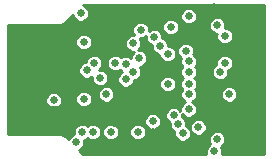
<source format=gbr>
G04 (created by PCBNEW (2013-04-19 BZR 4011)-stable) date 02/09/2014 23:44:52*
%MOIN*%
G04 Gerber Fmt 3.4, Leading zero omitted, Abs format*
%FSLAX34Y34*%
G01*
G70*
G90*
G04 APERTURE LIST*
%ADD10C,2.3622e-006*%
%ADD11C,0.025*%
%ADD12C,0.008*%
%ADD13C,0.02*%
%ADD14C,0.01*%
G04 APERTURE END LIST*
G54D10*
G54D11*
X91400Y-66400D03*
X90300Y-63550D03*
X90250Y-64500D03*
X91550Y-66700D03*
X91900Y-65700D03*
X91700Y-67000D03*
X92223Y-66800D03*
X91900Y-63100D03*
X88400Y-63950D03*
X90050Y-64000D03*
X91900Y-66200D03*
X89800Y-65200D03*
X88500Y-64900D03*
X91200Y-64350D03*
X91900Y-64600D03*
X91300Y-63450D03*
X91200Y-65350D03*
X90750Y-63800D03*
X91900Y-65350D03*
X88750Y-64650D03*
X90050Y-64950D03*
X91900Y-64950D03*
X90950Y-64100D03*
X87400Y-65900D03*
X88950Y-65150D03*
X88350Y-66950D03*
X90200Y-66950D03*
X89300Y-66950D03*
X93250Y-65700D03*
X92850Y-63400D03*
X92850Y-67200D03*
X93100Y-64650D03*
X92950Y-64950D03*
X89800Y-64700D03*
X89450Y-64650D03*
X88700Y-66950D03*
X87300Y-65300D03*
X88400Y-66550D03*
X87200Y-66200D03*
X88800Y-63400D03*
X92050Y-67600D03*
X90700Y-66950D03*
X92750Y-62800D03*
X88400Y-65850D03*
X88150Y-67300D03*
X89150Y-65700D03*
X93100Y-63750D03*
X91800Y-64250D03*
X90700Y-66600D03*
X88300Y-63000D03*
X92750Y-67600D03*
G54D12*
X87300Y-65300D02*
X87100Y-65500D01*
X87100Y-66100D02*
X87200Y-66200D01*
X87100Y-65500D02*
X87100Y-66100D01*
X88400Y-66400D02*
X88400Y-66550D01*
X88800Y-63400D02*
X88800Y-64050D01*
X87550Y-65300D02*
X87300Y-65300D01*
X88800Y-64050D02*
X87550Y-65300D01*
G54D13*
X88050Y-66200D02*
X88400Y-66550D01*
G54D12*
X88050Y-66200D02*
X88400Y-66550D01*
G54D13*
X87200Y-66200D02*
X88050Y-66200D01*
G54D12*
X90300Y-66550D02*
X88400Y-66550D01*
X90700Y-66950D02*
X90300Y-66550D01*
X92750Y-62800D02*
X92200Y-63350D01*
X92200Y-63350D02*
X91700Y-63350D01*
X91700Y-63350D02*
X91250Y-62900D01*
X91250Y-62900D02*
X89300Y-62900D01*
X89300Y-62900D02*
X88800Y-63400D01*
X90700Y-66950D02*
X91350Y-67600D01*
X91350Y-67600D02*
X92050Y-67600D01*
G54D10*
G36*
X94425Y-67675D02*
X93525Y-67675D01*
X93525Y-65645D01*
X93483Y-65544D01*
X93405Y-65467D01*
X93375Y-65454D01*
X93375Y-64595D01*
X93375Y-63695D01*
X93333Y-63594D01*
X93255Y-63517D01*
X93154Y-63475D01*
X93116Y-63475D01*
X93124Y-63454D01*
X93125Y-63345D01*
X93083Y-63244D01*
X93005Y-63167D01*
X92904Y-63125D01*
X92795Y-63124D01*
X92694Y-63166D01*
X92617Y-63244D01*
X92575Y-63345D01*
X92574Y-63454D01*
X92616Y-63555D01*
X92694Y-63632D01*
X92795Y-63674D01*
X92833Y-63674D01*
X92825Y-63695D01*
X92824Y-63804D01*
X92866Y-63905D01*
X92944Y-63982D01*
X93045Y-64024D01*
X93154Y-64025D01*
X93255Y-63983D01*
X93332Y-63905D01*
X93374Y-63804D01*
X93375Y-63695D01*
X93375Y-64595D01*
X93333Y-64494D01*
X93255Y-64417D01*
X93154Y-64375D01*
X93045Y-64374D01*
X92944Y-64416D01*
X92867Y-64494D01*
X92825Y-64595D01*
X92824Y-64704D01*
X92794Y-64716D01*
X92717Y-64794D01*
X92675Y-64895D01*
X92674Y-65004D01*
X92716Y-65105D01*
X92794Y-65182D01*
X92895Y-65224D01*
X93004Y-65225D01*
X93105Y-65183D01*
X93182Y-65105D01*
X93224Y-65004D01*
X93225Y-64895D01*
X93255Y-64883D01*
X93332Y-64805D01*
X93374Y-64704D01*
X93375Y-64595D01*
X93375Y-65454D01*
X93304Y-65425D01*
X93195Y-65424D01*
X93094Y-65466D01*
X93017Y-65544D01*
X92975Y-65645D01*
X92974Y-65754D01*
X93016Y-65855D01*
X93094Y-65932D01*
X93195Y-65974D01*
X93304Y-65975D01*
X93405Y-65933D01*
X93482Y-65855D01*
X93524Y-65754D01*
X93525Y-65645D01*
X93525Y-67675D01*
X93016Y-67675D01*
X93024Y-67654D01*
X93025Y-67545D01*
X92983Y-67444D01*
X92981Y-67443D01*
X93005Y-67433D01*
X93082Y-67355D01*
X93124Y-67254D01*
X93125Y-67145D01*
X93083Y-67044D01*
X93005Y-66967D01*
X92904Y-66925D01*
X92795Y-66924D01*
X92694Y-66966D01*
X92617Y-67044D01*
X92575Y-67145D01*
X92574Y-67254D01*
X92616Y-67355D01*
X92618Y-67356D01*
X92594Y-67366D01*
X92517Y-67444D01*
X92498Y-67489D01*
X92498Y-66745D01*
X92456Y-66644D01*
X92378Y-66567D01*
X92277Y-66525D01*
X92175Y-66524D01*
X92175Y-66145D01*
X92133Y-66044D01*
X92055Y-65967D01*
X92015Y-65950D01*
X92055Y-65933D01*
X92132Y-65855D01*
X92174Y-65754D01*
X92175Y-65645D01*
X92133Y-65544D01*
X92113Y-65525D01*
X92132Y-65505D01*
X92174Y-65404D01*
X92175Y-65295D01*
X92133Y-65194D01*
X92088Y-65149D01*
X92132Y-65105D01*
X92174Y-65004D01*
X92175Y-64895D01*
X92133Y-64794D01*
X92113Y-64775D01*
X92132Y-64755D01*
X92174Y-64654D01*
X92175Y-64545D01*
X92175Y-63045D01*
X92133Y-62944D01*
X92055Y-62867D01*
X91954Y-62825D01*
X91845Y-62824D01*
X91744Y-62866D01*
X91667Y-62944D01*
X91625Y-63045D01*
X91624Y-63154D01*
X91666Y-63255D01*
X91744Y-63332D01*
X91845Y-63374D01*
X91954Y-63375D01*
X92055Y-63333D01*
X92132Y-63255D01*
X92174Y-63154D01*
X92175Y-63045D01*
X92175Y-64545D01*
X92133Y-64444D01*
X92055Y-64367D01*
X92050Y-64364D01*
X92074Y-64304D01*
X92075Y-64195D01*
X92033Y-64094D01*
X91955Y-64017D01*
X91854Y-63975D01*
X91745Y-63974D01*
X91644Y-64016D01*
X91575Y-64085D01*
X91575Y-63395D01*
X91533Y-63294D01*
X91455Y-63217D01*
X91354Y-63175D01*
X91245Y-63174D01*
X91144Y-63216D01*
X91067Y-63294D01*
X91025Y-63395D01*
X91024Y-63504D01*
X91066Y-63605D01*
X91144Y-63682D01*
X91245Y-63724D01*
X91354Y-63725D01*
X91455Y-63683D01*
X91532Y-63605D01*
X91574Y-63504D01*
X91575Y-63395D01*
X91575Y-64085D01*
X91567Y-64094D01*
X91525Y-64195D01*
X91524Y-64304D01*
X91566Y-64405D01*
X91644Y-64482D01*
X91649Y-64485D01*
X91625Y-64545D01*
X91624Y-64654D01*
X91666Y-64755D01*
X91686Y-64774D01*
X91667Y-64794D01*
X91625Y-64895D01*
X91624Y-65004D01*
X91666Y-65105D01*
X91711Y-65150D01*
X91667Y-65194D01*
X91625Y-65295D01*
X91624Y-65404D01*
X91666Y-65505D01*
X91686Y-65524D01*
X91667Y-65544D01*
X91625Y-65645D01*
X91624Y-65754D01*
X91666Y-65855D01*
X91744Y-65932D01*
X91784Y-65949D01*
X91744Y-65966D01*
X91667Y-66044D01*
X91625Y-66145D01*
X91624Y-66236D01*
X91555Y-66167D01*
X91475Y-66133D01*
X91475Y-65295D01*
X91475Y-64295D01*
X91433Y-64194D01*
X91355Y-64117D01*
X91254Y-64075D01*
X91225Y-64075D01*
X91225Y-64045D01*
X91183Y-63944D01*
X91105Y-63867D01*
X91024Y-63833D01*
X91025Y-63745D01*
X90983Y-63644D01*
X90905Y-63567D01*
X90804Y-63525D01*
X90695Y-63524D01*
X90594Y-63566D01*
X90574Y-63586D01*
X90575Y-63495D01*
X90533Y-63394D01*
X90455Y-63317D01*
X90354Y-63275D01*
X90245Y-63274D01*
X90144Y-63316D01*
X90067Y-63394D01*
X90025Y-63495D01*
X90024Y-63604D01*
X90066Y-63705D01*
X90086Y-63725D01*
X89995Y-63724D01*
X89894Y-63766D01*
X89817Y-63844D01*
X89775Y-63945D01*
X89774Y-64054D01*
X89816Y-64155D01*
X89894Y-64232D01*
X89995Y-64274D01*
X90086Y-64275D01*
X90017Y-64344D01*
X89975Y-64445D01*
X89975Y-64486D01*
X89955Y-64467D01*
X89854Y-64425D01*
X89745Y-64424D01*
X89652Y-64463D01*
X89605Y-64417D01*
X89504Y-64375D01*
X89395Y-64374D01*
X89294Y-64416D01*
X89217Y-64494D01*
X89175Y-64595D01*
X89174Y-64704D01*
X89216Y-64805D01*
X89294Y-64882D01*
X89395Y-64924D01*
X89504Y-64925D01*
X89597Y-64886D01*
X89644Y-64932D01*
X89684Y-64949D01*
X89644Y-64966D01*
X89567Y-65044D01*
X89525Y-65145D01*
X89524Y-65254D01*
X89566Y-65355D01*
X89644Y-65432D01*
X89745Y-65474D01*
X89854Y-65475D01*
X89955Y-65433D01*
X90032Y-65355D01*
X90074Y-65254D01*
X90074Y-65225D01*
X90104Y-65225D01*
X90205Y-65183D01*
X90282Y-65105D01*
X90324Y-65004D01*
X90325Y-64895D01*
X90283Y-64794D01*
X90263Y-64775D01*
X90304Y-64775D01*
X90405Y-64733D01*
X90482Y-64655D01*
X90524Y-64554D01*
X90525Y-64445D01*
X90483Y-64344D01*
X90405Y-64267D01*
X90304Y-64225D01*
X90213Y-64224D01*
X90282Y-64155D01*
X90324Y-64054D01*
X90325Y-63945D01*
X90283Y-63844D01*
X90263Y-63824D01*
X90354Y-63825D01*
X90455Y-63783D01*
X90475Y-63763D01*
X90474Y-63854D01*
X90516Y-63955D01*
X90594Y-64032D01*
X90675Y-64066D01*
X90674Y-64154D01*
X90716Y-64255D01*
X90794Y-64332D01*
X90895Y-64374D01*
X90924Y-64374D01*
X90924Y-64404D01*
X90966Y-64505D01*
X91044Y-64582D01*
X91145Y-64624D01*
X91254Y-64625D01*
X91355Y-64583D01*
X91432Y-64505D01*
X91474Y-64404D01*
X91475Y-64295D01*
X91475Y-65295D01*
X91433Y-65194D01*
X91355Y-65117D01*
X91254Y-65075D01*
X91145Y-65074D01*
X91044Y-65116D01*
X90967Y-65194D01*
X90925Y-65295D01*
X90924Y-65404D01*
X90966Y-65505D01*
X91044Y-65582D01*
X91145Y-65624D01*
X91254Y-65625D01*
X91355Y-65583D01*
X91432Y-65505D01*
X91474Y-65404D01*
X91475Y-65295D01*
X91475Y-66133D01*
X91454Y-66125D01*
X91345Y-66124D01*
X91244Y-66166D01*
X91167Y-66244D01*
X91125Y-66345D01*
X91124Y-66454D01*
X91166Y-66555D01*
X91244Y-66632D01*
X91275Y-66645D01*
X91274Y-66754D01*
X91316Y-66855D01*
X91394Y-66932D01*
X91425Y-66945D01*
X91424Y-67054D01*
X91466Y-67155D01*
X91544Y-67232D01*
X91645Y-67274D01*
X91754Y-67275D01*
X91855Y-67233D01*
X91932Y-67155D01*
X91974Y-67054D01*
X91975Y-66945D01*
X91933Y-66844D01*
X91855Y-66767D01*
X91824Y-66754D01*
X91825Y-66645D01*
X91783Y-66544D01*
X91705Y-66467D01*
X91674Y-66454D01*
X91675Y-66363D01*
X91744Y-66432D01*
X91845Y-66474D01*
X91954Y-66475D01*
X92055Y-66433D01*
X92132Y-66355D01*
X92174Y-66254D01*
X92175Y-66145D01*
X92175Y-66524D01*
X92168Y-66524D01*
X92067Y-66566D01*
X91990Y-66644D01*
X91948Y-66745D01*
X91947Y-66854D01*
X91989Y-66955D01*
X92067Y-67032D01*
X92168Y-67074D01*
X92277Y-67075D01*
X92378Y-67033D01*
X92455Y-66955D01*
X92497Y-66854D01*
X92498Y-66745D01*
X92498Y-67489D01*
X92475Y-67545D01*
X92474Y-67654D01*
X92483Y-67675D01*
X90975Y-67675D01*
X90975Y-66545D01*
X90933Y-66444D01*
X90855Y-66367D01*
X90754Y-66325D01*
X90645Y-66324D01*
X90544Y-66366D01*
X90467Y-66444D01*
X90425Y-66545D01*
X90424Y-66654D01*
X90466Y-66755D01*
X90544Y-66832D01*
X90645Y-66874D01*
X90754Y-66875D01*
X90855Y-66833D01*
X90932Y-66755D01*
X90974Y-66654D01*
X90975Y-66545D01*
X90975Y-67675D01*
X90475Y-67675D01*
X90475Y-66895D01*
X90433Y-66794D01*
X90355Y-66717D01*
X90254Y-66675D01*
X90145Y-66674D01*
X90044Y-66716D01*
X89967Y-66794D01*
X89925Y-66895D01*
X89924Y-67004D01*
X89966Y-67105D01*
X90044Y-67182D01*
X90145Y-67224D01*
X90254Y-67225D01*
X90355Y-67183D01*
X90432Y-67105D01*
X90474Y-67004D01*
X90475Y-66895D01*
X90475Y-67675D01*
X89575Y-67675D01*
X89575Y-66895D01*
X89533Y-66794D01*
X89455Y-66717D01*
X89425Y-66704D01*
X89425Y-65645D01*
X89383Y-65544D01*
X89305Y-65467D01*
X89225Y-65433D01*
X89225Y-65095D01*
X89183Y-64994D01*
X89105Y-64917D01*
X89004Y-64875D01*
X88913Y-64874D01*
X88982Y-64805D01*
X89024Y-64704D01*
X89025Y-64595D01*
X88983Y-64494D01*
X88905Y-64417D01*
X88804Y-64375D01*
X88695Y-64374D01*
X88675Y-64383D01*
X88675Y-63895D01*
X88633Y-63794D01*
X88555Y-63717D01*
X88454Y-63675D01*
X88345Y-63674D01*
X88244Y-63716D01*
X88167Y-63794D01*
X88125Y-63895D01*
X88124Y-64004D01*
X88166Y-64105D01*
X88244Y-64182D01*
X88345Y-64224D01*
X88454Y-64225D01*
X88555Y-64183D01*
X88632Y-64105D01*
X88674Y-64004D01*
X88675Y-63895D01*
X88675Y-64383D01*
X88594Y-64416D01*
X88517Y-64494D01*
X88475Y-64595D01*
X88475Y-64624D01*
X88445Y-64624D01*
X88344Y-64666D01*
X88267Y-64744D01*
X88225Y-64845D01*
X88224Y-64954D01*
X88266Y-65055D01*
X88344Y-65132D01*
X88445Y-65174D01*
X88554Y-65175D01*
X88655Y-65133D01*
X88675Y-65113D01*
X88674Y-65204D01*
X88716Y-65305D01*
X88794Y-65382D01*
X88895Y-65424D01*
X89004Y-65425D01*
X89105Y-65383D01*
X89182Y-65305D01*
X89224Y-65204D01*
X89225Y-65095D01*
X89225Y-65433D01*
X89204Y-65425D01*
X89095Y-65424D01*
X88994Y-65466D01*
X88917Y-65544D01*
X88875Y-65645D01*
X88874Y-65754D01*
X88916Y-65855D01*
X88994Y-65932D01*
X89095Y-65974D01*
X89204Y-65975D01*
X89305Y-65933D01*
X89382Y-65855D01*
X89424Y-65754D01*
X89425Y-65645D01*
X89425Y-66704D01*
X89354Y-66675D01*
X89245Y-66674D01*
X89144Y-66716D01*
X89067Y-66794D01*
X89025Y-66895D01*
X89024Y-67004D01*
X89066Y-67105D01*
X89144Y-67182D01*
X89245Y-67224D01*
X89354Y-67225D01*
X89455Y-67183D01*
X89532Y-67105D01*
X89574Y-67004D01*
X89575Y-66895D01*
X89575Y-67675D01*
X88372Y-67675D01*
X88252Y-67555D01*
X88305Y-67533D01*
X88382Y-67455D01*
X88424Y-67354D01*
X88425Y-67245D01*
X88414Y-67220D01*
X88505Y-67183D01*
X88524Y-67163D01*
X88544Y-67182D01*
X88645Y-67224D01*
X88754Y-67225D01*
X88855Y-67183D01*
X88932Y-67105D01*
X88974Y-67004D01*
X88975Y-66895D01*
X88933Y-66794D01*
X88855Y-66717D01*
X88754Y-66675D01*
X88675Y-66674D01*
X88675Y-65795D01*
X88633Y-65694D01*
X88555Y-65617D01*
X88454Y-65575D01*
X88345Y-65574D01*
X88244Y-65616D01*
X88167Y-65694D01*
X88125Y-65795D01*
X88124Y-65904D01*
X88166Y-66005D01*
X88244Y-66082D01*
X88345Y-66124D01*
X88454Y-66125D01*
X88555Y-66083D01*
X88632Y-66005D01*
X88674Y-65904D01*
X88675Y-65795D01*
X88675Y-66674D01*
X88645Y-66674D01*
X88544Y-66716D01*
X88525Y-66736D01*
X88505Y-66717D01*
X88404Y-66675D01*
X88295Y-66674D01*
X88194Y-66716D01*
X88117Y-66794D01*
X88075Y-66895D01*
X88074Y-67004D01*
X88085Y-67029D01*
X87994Y-67066D01*
X87917Y-67144D01*
X87894Y-67197D01*
X87773Y-67076D01*
X87716Y-67038D01*
X87675Y-67029D01*
X87675Y-65845D01*
X87633Y-65744D01*
X87555Y-65667D01*
X87454Y-65625D01*
X87345Y-65624D01*
X87244Y-65666D01*
X87167Y-65744D01*
X87125Y-65845D01*
X87124Y-65954D01*
X87166Y-66055D01*
X87244Y-66132D01*
X87345Y-66174D01*
X87454Y-66175D01*
X87555Y-66133D01*
X87632Y-66055D01*
X87674Y-65954D01*
X87675Y-65845D01*
X87675Y-67029D01*
X87650Y-67025D01*
X85875Y-67025D01*
X85875Y-63375D01*
X87650Y-63375D01*
X87716Y-63361D01*
X87716Y-63361D01*
X87773Y-63323D01*
X88030Y-63067D01*
X88066Y-63155D01*
X88144Y-63232D01*
X88245Y-63274D01*
X88354Y-63275D01*
X88455Y-63233D01*
X88532Y-63155D01*
X88574Y-63054D01*
X88575Y-62945D01*
X88533Y-62844D01*
X88455Y-62767D01*
X88367Y-62730D01*
X88372Y-62725D01*
X94425Y-62725D01*
X94425Y-67675D01*
X94425Y-67675D01*
G37*
G54D14*
X94425Y-67675D02*
X93525Y-67675D01*
X93525Y-65645D01*
X93483Y-65544D01*
X93405Y-65467D01*
X93375Y-65454D01*
X93375Y-64595D01*
X93375Y-63695D01*
X93333Y-63594D01*
X93255Y-63517D01*
X93154Y-63475D01*
X93116Y-63475D01*
X93124Y-63454D01*
X93125Y-63345D01*
X93083Y-63244D01*
X93005Y-63167D01*
X92904Y-63125D01*
X92795Y-63124D01*
X92694Y-63166D01*
X92617Y-63244D01*
X92575Y-63345D01*
X92574Y-63454D01*
X92616Y-63555D01*
X92694Y-63632D01*
X92795Y-63674D01*
X92833Y-63674D01*
X92825Y-63695D01*
X92824Y-63804D01*
X92866Y-63905D01*
X92944Y-63982D01*
X93045Y-64024D01*
X93154Y-64025D01*
X93255Y-63983D01*
X93332Y-63905D01*
X93374Y-63804D01*
X93375Y-63695D01*
X93375Y-64595D01*
X93333Y-64494D01*
X93255Y-64417D01*
X93154Y-64375D01*
X93045Y-64374D01*
X92944Y-64416D01*
X92867Y-64494D01*
X92825Y-64595D01*
X92824Y-64704D01*
X92794Y-64716D01*
X92717Y-64794D01*
X92675Y-64895D01*
X92674Y-65004D01*
X92716Y-65105D01*
X92794Y-65182D01*
X92895Y-65224D01*
X93004Y-65225D01*
X93105Y-65183D01*
X93182Y-65105D01*
X93224Y-65004D01*
X93225Y-64895D01*
X93255Y-64883D01*
X93332Y-64805D01*
X93374Y-64704D01*
X93375Y-64595D01*
X93375Y-65454D01*
X93304Y-65425D01*
X93195Y-65424D01*
X93094Y-65466D01*
X93017Y-65544D01*
X92975Y-65645D01*
X92974Y-65754D01*
X93016Y-65855D01*
X93094Y-65932D01*
X93195Y-65974D01*
X93304Y-65975D01*
X93405Y-65933D01*
X93482Y-65855D01*
X93524Y-65754D01*
X93525Y-65645D01*
X93525Y-67675D01*
X93016Y-67675D01*
X93024Y-67654D01*
X93025Y-67545D01*
X92983Y-67444D01*
X92981Y-67443D01*
X93005Y-67433D01*
X93082Y-67355D01*
X93124Y-67254D01*
X93125Y-67145D01*
X93083Y-67044D01*
X93005Y-66967D01*
X92904Y-66925D01*
X92795Y-66924D01*
X92694Y-66966D01*
X92617Y-67044D01*
X92575Y-67145D01*
X92574Y-67254D01*
X92616Y-67355D01*
X92618Y-67356D01*
X92594Y-67366D01*
X92517Y-67444D01*
X92498Y-67489D01*
X92498Y-66745D01*
X92456Y-66644D01*
X92378Y-66567D01*
X92277Y-66525D01*
X92175Y-66524D01*
X92175Y-66145D01*
X92133Y-66044D01*
X92055Y-65967D01*
X92015Y-65950D01*
X92055Y-65933D01*
X92132Y-65855D01*
X92174Y-65754D01*
X92175Y-65645D01*
X92133Y-65544D01*
X92113Y-65525D01*
X92132Y-65505D01*
X92174Y-65404D01*
X92175Y-65295D01*
X92133Y-65194D01*
X92088Y-65149D01*
X92132Y-65105D01*
X92174Y-65004D01*
X92175Y-64895D01*
X92133Y-64794D01*
X92113Y-64775D01*
X92132Y-64755D01*
X92174Y-64654D01*
X92175Y-64545D01*
X92175Y-63045D01*
X92133Y-62944D01*
X92055Y-62867D01*
X91954Y-62825D01*
X91845Y-62824D01*
X91744Y-62866D01*
X91667Y-62944D01*
X91625Y-63045D01*
X91624Y-63154D01*
X91666Y-63255D01*
X91744Y-63332D01*
X91845Y-63374D01*
X91954Y-63375D01*
X92055Y-63333D01*
X92132Y-63255D01*
X92174Y-63154D01*
X92175Y-63045D01*
X92175Y-64545D01*
X92133Y-64444D01*
X92055Y-64367D01*
X92050Y-64364D01*
X92074Y-64304D01*
X92075Y-64195D01*
X92033Y-64094D01*
X91955Y-64017D01*
X91854Y-63975D01*
X91745Y-63974D01*
X91644Y-64016D01*
X91575Y-64085D01*
X91575Y-63395D01*
X91533Y-63294D01*
X91455Y-63217D01*
X91354Y-63175D01*
X91245Y-63174D01*
X91144Y-63216D01*
X91067Y-63294D01*
X91025Y-63395D01*
X91024Y-63504D01*
X91066Y-63605D01*
X91144Y-63682D01*
X91245Y-63724D01*
X91354Y-63725D01*
X91455Y-63683D01*
X91532Y-63605D01*
X91574Y-63504D01*
X91575Y-63395D01*
X91575Y-64085D01*
X91567Y-64094D01*
X91525Y-64195D01*
X91524Y-64304D01*
X91566Y-64405D01*
X91644Y-64482D01*
X91649Y-64485D01*
X91625Y-64545D01*
X91624Y-64654D01*
X91666Y-64755D01*
X91686Y-64774D01*
X91667Y-64794D01*
X91625Y-64895D01*
X91624Y-65004D01*
X91666Y-65105D01*
X91711Y-65150D01*
X91667Y-65194D01*
X91625Y-65295D01*
X91624Y-65404D01*
X91666Y-65505D01*
X91686Y-65524D01*
X91667Y-65544D01*
X91625Y-65645D01*
X91624Y-65754D01*
X91666Y-65855D01*
X91744Y-65932D01*
X91784Y-65949D01*
X91744Y-65966D01*
X91667Y-66044D01*
X91625Y-66145D01*
X91624Y-66236D01*
X91555Y-66167D01*
X91475Y-66133D01*
X91475Y-65295D01*
X91475Y-64295D01*
X91433Y-64194D01*
X91355Y-64117D01*
X91254Y-64075D01*
X91225Y-64075D01*
X91225Y-64045D01*
X91183Y-63944D01*
X91105Y-63867D01*
X91024Y-63833D01*
X91025Y-63745D01*
X90983Y-63644D01*
X90905Y-63567D01*
X90804Y-63525D01*
X90695Y-63524D01*
X90594Y-63566D01*
X90574Y-63586D01*
X90575Y-63495D01*
X90533Y-63394D01*
X90455Y-63317D01*
X90354Y-63275D01*
X90245Y-63274D01*
X90144Y-63316D01*
X90067Y-63394D01*
X90025Y-63495D01*
X90024Y-63604D01*
X90066Y-63705D01*
X90086Y-63725D01*
X89995Y-63724D01*
X89894Y-63766D01*
X89817Y-63844D01*
X89775Y-63945D01*
X89774Y-64054D01*
X89816Y-64155D01*
X89894Y-64232D01*
X89995Y-64274D01*
X90086Y-64275D01*
X90017Y-64344D01*
X89975Y-64445D01*
X89975Y-64486D01*
X89955Y-64467D01*
X89854Y-64425D01*
X89745Y-64424D01*
X89652Y-64463D01*
X89605Y-64417D01*
X89504Y-64375D01*
X89395Y-64374D01*
X89294Y-64416D01*
X89217Y-64494D01*
X89175Y-64595D01*
X89174Y-64704D01*
X89216Y-64805D01*
X89294Y-64882D01*
X89395Y-64924D01*
X89504Y-64925D01*
X89597Y-64886D01*
X89644Y-64932D01*
X89684Y-64949D01*
X89644Y-64966D01*
X89567Y-65044D01*
X89525Y-65145D01*
X89524Y-65254D01*
X89566Y-65355D01*
X89644Y-65432D01*
X89745Y-65474D01*
X89854Y-65475D01*
X89955Y-65433D01*
X90032Y-65355D01*
X90074Y-65254D01*
X90074Y-65225D01*
X90104Y-65225D01*
X90205Y-65183D01*
X90282Y-65105D01*
X90324Y-65004D01*
X90325Y-64895D01*
X90283Y-64794D01*
X90263Y-64775D01*
X90304Y-64775D01*
X90405Y-64733D01*
X90482Y-64655D01*
X90524Y-64554D01*
X90525Y-64445D01*
X90483Y-64344D01*
X90405Y-64267D01*
X90304Y-64225D01*
X90213Y-64224D01*
X90282Y-64155D01*
X90324Y-64054D01*
X90325Y-63945D01*
X90283Y-63844D01*
X90263Y-63824D01*
X90354Y-63825D01*
X90455Y-63783D01*
X90475Y-63763D01*
X90474Y-63854D01*
X90516Y-63955D01*
X90594Y-64032D01*
X90675Y-64066D01*
X90674Y-64154D01*
X90716Y-64255D01*
X90794Y-64332D01*
X90895Y-64374D01*
X90924Y-64374D01*
X90924Y-64404D01*
X90966Y-64505D01*
X91044Y-64582D01*
X91145Y-64624D01*
X91254Y-64625D01*
X91355Y-64583D01*
X91432Y-64505D01*
X91474Y-64404D01*
X91475Y-64295D01*
X91475Y-65295D01*
X91433Y-65194D01*
X91355Y-65117D01*
X91254Y-65075D01*
X91145Y-65074D01*
X91044Y-65116D01*
X90967Y-65194D01*
X90925Y-65295D01*
X90924Y-65404D01*
X90966Y-65505D01*
X91044Y-65582D01*
X91145Y-65624D01*
X91254Y-65625D01*
X91355Y-65583D01*
X91432Y-65505D01*
X91474Y-65404D01*
X91475Y-65295D01*
X91475Y-66133D01*
X91454Y-66125D01*
X91345Y-66124D01*
X91244Y-66166D01*
X91167Y-66244D01*
X91125Y-66345D01*
X91124Y-66454D01*
X91166Y-66555D01*
X91244Y-66632D01*
X91275Y-66645D01*
X91274Y-66754D01*
X91316Y-66855D01*
X91394Y-66932D01*
X91425Y-66945D01*
X91424Y-67054D01*
X91466Y-67155D01*
X91544Y-67232D01*
X91645Y-67274D01*
X91754Y-67275D01*
X91855Y-67233D01*
X91932Y-67155D01*
X91974Y-67054D01*
X91975Y-66945D01*
X91933Y-66844D01*
X91855Y-66767D01*
X91824Y-66754D01*
X91825Y-66645D01*
X91783Y-66544D01*
X91705Y-66467D01*
X91674Y-66454D01*
X91675Y-66363D01*
X91744Y-66432D01*
X91845Y-66474D01*
X91954Y-66475D01*
X92055Y-66433D01*
X92132Y-66355D01*
X92174Y-66254D01*
X92175Y-66145D01*
X92175Y-66524D01*
X92168Y-66524D01*
X92067Y-66566D01*
X91990Y-66644D01*
X91948Y-66745D01*
X91947Y-66854D01*
X91989Y-66955D01*
X92067Y-67032D01*
X92168Y-67074D01*
X92277Y-67075D01*
X92378Y-67033D01*
X92455Y-66955D01*
X92497Y-66854D01*
X92498Y-66745D01*
X92498Y-67489D01*
X92475Y-67545D01*
X92474Y-67654D01*
X92483Y-67675D01*
X90975Y-67675D01*
X90975Y-66545D01*
X90933Y-66444D01*
X90855Y-66367D01*
X90754Y-66325D01*
X90645Y-66324D01*
X90544Y-66366D01*
X90467Y-66444D01*
X90425Y-66545D01*
X90424Y-66654D01*
X90466Y-66755D01*
X90544Y-66832D01*
X90645Y-66874D01*
X90754Y-66875D01*
X90855Y-66833D01*
X90932Y-66755D01*
X90974Y-66654D01*
X90975Y-66545D01*
X90975Y-67675D01*
X90475Y-67675D01*
X90475Y-66895D01*
X90433Y-66794D01*
X90355Y-66717D01*
X90254Y-66675D01*
X90145Y-66674D01*
X90044Y-66716D01*
X89967Y-66794D01*
X89925Y-66895D01*
X89924Y-67004D01*
X89966Y-67105D01*
X90044Y-67182D01*
X90145Y-67224D01*
X90254Y-67225D01*
X90355Y-67183D01*
X90432Y-67105D01*
X90474Y-67004D01*
X90475Y-66895D01*
X90475Y-67675D01*
X89575Y-67675D01*
X89575Y-66895D01*
X89533Y-66794D01*
X89455Y-66717D01*
X89425Y-66704D01*
X89425Y-65645D01*
X89383Y-65544D01*
X89305Y-65467D01*
X89225Y-65433D01*
X89225Y-65095D01*
X89183Y-64994D01*
X89105Y-64917D01*
X89004Y-64875D01*
X88913Y-64874D01*
X88982Y-64805D01*
X89024Y-64704D01*
X89025Y-64595D01*
X88983Y-64494D01*
X88905Y-64417D01*
X88804Y-64375D01*
X88695Y-64374D01*
X88675Y-64383D01*
X88675Y-63895D01*
X88633Y-63794D01*
X88555Y-63717D01*
X88454Y-63675D01*
X88345Y-63674D01*
X88244Y-63716D01*
X88167Y-63794D01*
X88125Y-63895D01*
X88124Y-64004D01*
X88166Y-64105D01*
X88244Y-64182D01*
X88345Y-64224D01*
X88454Y-64225D01*
X88555Y-64183D01*
X88632Y-64105D01*
X88674Y-64004D01*
X88675Y-63895D01*
X88675Y-64383D01*
X88594Y-64416D01*
X88517Y-64494D01*
X88475Y-64595D01*
X88475Y-64624D01*
X88445Y-64624D01*
X88344Y-64666D01*
X88267Y-64744D01*
X88225Y-64845D01*
X88224Y-64954D01*
X88266Y-65055D01*
X88344Y-65132D01*
X88445Y-65174D01*
X88554Y-65175D01*
X88655Y-65133D01*
X88675Y-65113D01*
X88674Y-65204D01*
X88716Y-65305D01*
X88794Y-65382D01*
X88895Y-65424D01*
X89004Y-65425D01*
X89105Y-65383D01*
X89182Y-65305D01*
X89224Y-65204D01*
X89225Y-65095D01*
X89225Y-65433D01*
X89204Y-65425D01*
X89095Y-65424D01*
X88994Y-65466D01*
X88917Y-65544D01*
X88875Y-65645D01*
X88874Y-65754D01*
X88916Y-65855D01*
X88994Y-65932D01*
X89095Y-65974D01*
X89204Y-65975D01*
X89305Y-65933D01*
X89382Y-65855D01*
X89424Y-65754D01*
X89425Y-65645D01*
X89425Y-66704D01*
X89354Y-66675D01*
X89245Y-66674D01*
X89144Y-66716D01*
X89067Y-66794D01*
X89025Y-66895D01*
X89024Y-67004D01*
X89066Y-67105D01*
X89144Y-67182D01*
X89245Y-67224D01*
X89354Y-67225D01*
X89455Y-67183D01*
X89532Y-67105D01*
X89574Y-67004D01*
X89575Y-66895D01*
X89575Y-67675D01*
X88372Y-67675D01*
X88252Y-67555D01*
X88305Y-67533D01*
X88382Y-67455D01*
X88424Y-67354D01*
X88425Y-67245D01*
X88414Y-67220D01*
X88505Y-67183D01*
X88524Y-67163D01*
X88544Y-67182D01*
X88645Y-67224D01*
X88754Y-67225D01*
X88855Y-67183D01*
X88932Y-67105D01*
X88974Y-67004D01*
X88975Y-66895D01*
X88933Y-66794D01*
X88855Y-66717D01*
X88754Y-66675D01*
X88675Y-66674D01*
X88675Y-65795D01*
X88633Y-65694D01*
X88555Y-65617D01*
X88454Y-65575D01*
X88345Y-65574D01*
X88244Y-65616D01*
X88167Y-65694D01*
X88125Y-65795D01*
X88124Y-65904D01*
X88166Y-66005D01*
X88244Y-66082D01*
X88345Y-66124D01*
X88454Y-66125D01*
X88555Y-66083D01*
X88632Y-66005D01*
X88674Y-65904D01*
X88675Y-65795D01*
X88675Y-66674D01*
X88645Y-66674D01*
X88544Y-66716D01*
X88525Y-66736D01*
X88505Y-66717D01*
X88404Y-66675D01*
X88295Y-66674D01*
X88194Y-66716D01*
X88117Y-66794D01*
X88075Y-66895D01*
X88074Y-67004D01*
X88085Y-67029D01*
X87994Y-67066D01*
X87917Y-67144D01*
X87894Y-67197D01*
X87773Y-67076D01*
X87716Y-67038D01*
X87675Y-67029D01*
X87675Y-65845D01*
X87633Y-65744D01*
X87555Y-65667D01*
X87454Y-65625D01*
X87345Y-65624D01*
X87244Y-65666D01*
X87167Y-65744D01*
X87125Y-65845D01*
X87124Y-65954D01*
X87166Y-66055D01*
X87244Y-66132D01*
X87345Y-66174D01*
X87454Y-66175D01*
X87555Y-66133D01*
X87632Y-66055D01*
X87674Y-65954D01*
X87675Y-65845D01*
X87675Y-67029D01*
X87650Y-67025D01*
X85875Y-67025D01*
X85875Y-63375D01*
X87650Y-63375D01*
X87716Y-63361D01*
X87716Y-63361D01*
X87773Y-63323D01*
X88030Y-63067D01*
X88066Y-63155D01*
X88144Y-63232D01*
X88245Y-63274D01*
X88354Y-63275D01*
X88455Y-63233D01*
X88532Y-63155D01*
X88574Y-63054D01*
X88575Y-62945D01*
X88533Y-62844D01*
X88455Y-62767D01*
X88367Y-62730D01*
X88372Y-62725D01*
X94425Y-62725D01*
X94425Y-67675D01*
M02*

</source>
